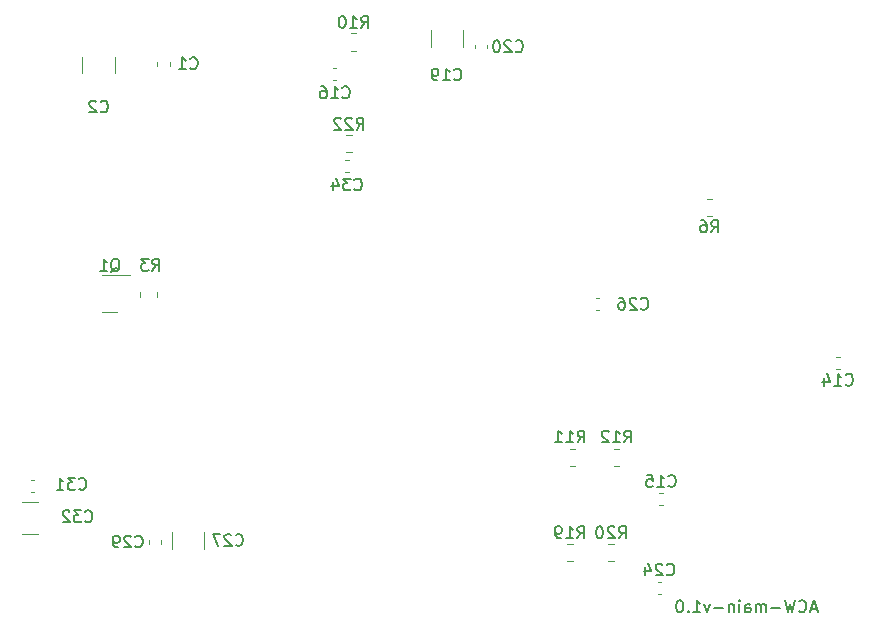
<source format=gbr>
%TF.GenerationSoftware,KiCad,Pcbnew,7.0.8-7.0.8~ubuntu22.04.1*%
%TF.CreationDate,2023-11-01T15:39:22+03:00*%
%TF.ProjectId,main-module,6d61696e-2d6d-46f6-9475-6c652e6b6963,rev?*%
%TF.SameCoordinates,Original*%
%TF.FileFunction,Legend,Bot*%
%TF.FilePolarity,Positive*%
%FSLAX46Y46*%
G04 Gerber Fmt 4.6, Leading zero omitted, Abs format (unit mm)*
G04 Created by KiCad (PCBNEW 7.0.8-7.0.8~ubuntu22.04.1) date 2023-11-01 15:39:22*
%MOMM*%
%LPD*%
G01*
G04 APERTURE LIST*
%ADD10C,0.150000*%
%ADD11C,0.120000*%
G04 APERTURE END LIST*
D10*
X112810839Y-92784104D02*
X112334649Y-92784104D01*
X112906077Y-93069819D02*
X112572744Y-92069819D01*
X112572744Y-92069819D02*
X112239411Y-93069819D01*
X111334649Y-92974580D02*
X111382268Y-93022200D01*
X111382268Y-93022200D02*
X111525125Y-93069819D01*
X111525125Y-93069819D02*
X111620363Y-93069819D01*
X111620363Y-93069819D02*
X111763220Y-93022200D01*
X111763220Y-93022200D02*
X111858458Y-92926961D01*
X111858458Y-92926961D02*
X111906077Y-92831723D01*
X111906077Y-92831723D02*
X111953696Y-92641247D01*
X111953696Y-92641247D02*
X111953696Y-92498390D01*
X111953696Y-92498390D02*
X111906077Y-92307914D01*
X111906077Y-92307914D02*
X111858458Y-92212676D01*
X111858458Y-92212676D02*
X111763220Y-92117438D01*
X111763220Y-92117438D02*
X111620363Y-92069819D01*
X111620363Y-92069819D02*
X111525125Y-92069819D01*
X111525125Y-92069819D02*
X111382268Y-92117438D01*
X111382268Y-92117438D02*
X111334649Y-92165057D01*
X111001315Y-92069819D02*
X110763220Y-93069819D01*
X110763220Y-93069819D02*
X110572744Y-92355533D01*
X110572744Y-92355533D02*
X110382268Y-93069819D01*
X110382268Y-93069819D02*
X110144173Y-92069819D01*
X109763220Y-92688866D02*
X109001316Y-92688866D01*
X108525125Y-93069819D02*
X108525125Y-92403152D01*
X108525125Y-92498390D02*
X108477506Y-92450771D01*
X108477506Y-92450771D02*
X108382268Y-92403152D01*
X108382268Y-92403152D02*
X108239411Y-92403152D01*
X108239411Y-92403152D02*
X108144173Y-92450771D01*
X108144173Y-92450771D02*
X108096554Y-92546009D01*
X108096554Y-92546009D02*
X108096554Y-93069819D01*
X108096554Y-92546009D02*
X108048935Y-92450771D01*
X108048935Y-92450771D02*
X107953697Y-92403152D01*
X107953697Y-92403152D02*
X107810840Y-92403152D01*
X107810840Y-92403152D02*
X107715601Y-92450771D01*
X107715601Y-92450771D02*
X107667982Y-92546009D01*
X107667982Y-92546009D02*
X107667982Y-93069819D01*
X106763221Y-93069819D02*
X106763221Y-92546009D01*
X106763221Y-92546009D02*
X106810840Y-92450771D01*
X106810840Y-92450771D02*
X106906078Y-92403152D01*
X106906078Y-92403152D02*
X107096554Y-92403152D01*
X107096554Y-92403152D02*
X107191792Y-92450771D01*
X106763221Y-93022200D02*
X106858459Y-93069819D01*
X106858459Y-93069819D02*
X107096554Y-93069819D01*
X107096554Y-93069819D02*
X107191792Y-93022200D01*
X107191792Y-93022200D02*
X107239411Y-92926961D01*
X107239411Y-92926961D02*
X107239411Y-92831723D01*
X107239411Y-92831723D02*
X107191792Y-92736485D01*
X107191792Y-92736485D02*
X107096554Y-92688866D01*
X107096554Y-92688866D02*
X106858459Y-92688866D01*
X106858459Y-92688866D02*
X106763221Y-92641247D01*
X106287030Y-93069819D02*
X106287030Y-92403152D01*
X106287030Y-92069819D02*
X106334649Y-92117438D01*
X106334649Y-92117438D02*
X106287030Y-92165057D01*
X106287030Y-92165057D02*
X106239411Y-92117438D01*
X106239411Y-92117438D02*
X106287030Y-92069819D01*
X106287030Y-92069819D02*
X106287030Y-92165057D01*
X105810840Y-92403152D02*
X105810840Y-93069819D01*
X105810840Y-92498390D02*
X105763221Y-92450771D01*
X105763221Y-92450771D02*
X105667983Y-92403152D01*
X105667983Y-92403152D02*
X105525126Y-92403152D01*
X105525126Y-92403152D02*
X105429888Y-92450771D01*
X105429888Y-92450771D02*
X105382269Y-92546009D01*
X105382269Y-92546009D02*
X105382269Y-93069819D01*
X104906078Y-92688866D02*
X104144174Y-92688866D01*
X103763221Y-92403152D02*
X103525126Y-93069819D01*
X103525126Y-93069819D02*
X103287031Y-92403152D01*
X102382269Y-93069819D02*
X102953697Y-93069819D01*
X102667983Y-93069819D02*
X102667983Y-92069819D01*
X102667983Y-92069819D02*
X102763221Y-92212676D01*
X102763221Y-92212676D02*
X102858459Y-92307914D01*
X102858459Y-92307914D02*
X102953697Y-92355533D01*
X101953697Y-92974580D02*
X101906078Y-93022200D01*
X101906078Y-93022200D02*
X101953697Y-93069819D01*
X101953697Y-93069819D02*
X102001316Y-93022200D01*
X102001316Y-93022200D02*
X101953697Y-92974580D01*
X101953697Y-92974580D02*
X101953697Y-93069819D01*
X101287031Y-92069819D02*
X101191793Y-92069819D01*
X101191793Y-92069819D02*
X101096555Y-92117438D01*
X101096555Y-92117438D02*
X101048936Y-92165057D01*
X101048936Y-92165057D02*
X101001317Y-92260295D01*
X101001317Y-92260295D02*
X100953698Y-92450771D01*
X100953698Y-92450771D02*
X100953698Y-92688866D01*
X100953698Y-92688866D02*
X101001317Y-92879342D01*
X101001317Y-92879342D02*
X101048936Y-92974580D01*
X101048936Y-92974580D02*
X101096555Y-93022200D01*
X101096555Y-93022200D02*
X101191793Y-93069819D01*
X101191793Y-93069819D02*
X101287031Y-93069819D01*
X101287031Y-93069819D02*
X101382269Y-93022200D01*
X101382269Y-93022200D02*
X101429888Y-92974580D01*
X101429888Y-92974580D02*
X101477507Y-92879342D01*
X101477507Y-92879342D02*
X101525126Y-92688866D01*
X101525126Y-92688866D02*
X101525126Y-92450771D01*
X101525126Y-92450771D02*
X101477507Y-92260295D01*
X101477507Y-92260295D02*
X101429888Y-92165057D01*
X101429888Y-92165057D02*
X101382269Y-92117438D01*
X101382269Y-92117438D02*
X101287031Y-92069819D01*
X96077857Y-86804819D02*
X96411190Y-86328628D01*
X96649285Y-86804819D02*
X96649285Y-85804819D01*
X96649285Y-85804819D02*
X96268333Y-85804819D01*
X96268333Y-85804819D02*
X96173095Y-85852438D01*
X96173095Y-85852438D02*
X96125476Y-85900057D01*
X96125476Y-85900057D02*
X96077857Y-85995295D01*
X96077857Y-85995295D02*
X96077857Y-86138152D01*
X96077857Y-86138152D02*
X96125476Y-86233390D01*
X96125476Y-86233390D02*
X96173095Y-86281009D01*
X96173095Y-86281009D02*
X96268333Y-86328628D01*
X96268333Y-86328628D02*
X96649285Y-86328628D01*
X95696904Y-85900057D02*
X95649285Y-85852438D01*
X95649285Y-85852438D02*
X95554047Y-85804819D01*
X95554047Y-85804819D02*
X95315952Y-85804819D01*
X95315952Y-85804819D02*
X95220714Y-85852438D01*
X95220714Y-85852438D02*
X95173095Y-85900057D01*
X95173095Y-85900057D02*
X95125476Y-85995295D01*
X95125476Y-85995295D02*
X95125476Y-86090533D01*
X95125476Y-86090533D02*
X95173095Y-86233390D01*
X95173095Y-86233390D02*
X95744523Y-86804819D01*
X95744523Y-86804819D02*
X95125476Y-86804819D01*
X94506428Y-85804819D02*
X94411190Y-85804819D01*
X94411190Y-85804819D02*
X94315952Y-85852438D01*
X94315952Y-85852438D02*
X94268333Y-85900057D01*
X94268333Y-85900057D02*
X94220714Y-85995295D01*
X94220714Y-85995295D02*
X94173095Y-86185771D01*
X94173095Y-86185771D02*
X94173095Y-86423866D01*
X94173095Y-86423866D02*
X94220714Y-86614342D01*
X94220714Y-86614342D02*
X94268333Y-86709580D01*
X94268333Y-86709580D02*
X94315952Y-86757200D01*
X94315952Y-86757200D02*
X94411190Y-86804819D01*
X94411190Y-86804819D02*
X94506428Y-86804819D01*
X94506428Y-86804819D02*
X94601666Y-86757200D01*
X94601666Y-86757200D02*
X94649285Y-86709580D01*
X94649285Y-86709580D02*
X94696904Y-86614342D01*
X94696904Y-86614342D02*
X94744523Y-86423866D01*
X94744523Y-86423866D02*
X94744523Y-86185771D01*
X94744523Y-86185771D02*
X94696904Y-85995295D01*
X94696904Y-85995295D02*
X94649285Y-85900057D01*
X94649285Y-85900057D02*
X94601666Y-85852438D01*
X94601666Y-85852438D02*
X94506428Y-85804819D01*
X97942857Y-67359580D02*
X97990476Y-67407200D01*
X97990476Y-67407200D02*
X98133333Y-67454819D01*
X98133333Y-67454819D02*
X98228571Y-67454819D01*
X98228571Y-67454819D02*
X98371428Y-67407200D01*
X98371428Y-67407200D02*
X98466666Y-67311961D01*
X98466666Y-67311961D02*
X98514285Y-67216723D01*
X98514285Y-67216723D02*
X98561904Y-67026247D01*
X98561904Y-67026247D02*
X98561904Y-66883390D01*
X98561904Y-66883390D02*
X98514285Y-66692914D01*
X98514285Y-66692914D02*
X98466666Y-66597676D01*
X98466666Y-66597676D02*
X98371428Y-66502438D01*
X98371428Y-66502438D02*
X98228571Y-66454819D01*
X98228571Y-66454819D02*
X98133333Y-66454819D01*
X98133333Y-66454819D02*
X97990476Y-66502438D01*
X97990476Y-66502438D02*
X97942857Y-66550057D01*
X97561904Y-66550057D02*
X97514285Y-66502438D01*
X97514285Y-66502438D02*
X97419047Y-66454819D01*
X97419047Y-66454819D02*
X97180952Y-66454819D01*
X97180952Y-66454819D02*
X97085714Y-66502438D01*
X97085714Y-66502438D02*
X97038095Y-66550057D01*
X97038095Y-66550057D02*
X96990476Y-66645295D01*
X96990476Y-66645295D02*
X96990476Y-66740533D01*
X96990476Y-66740533D02*
X97038095Y-66883390D01*
X97038095Y-66883390D02*
X97609523Y-67454819D01*
X97609523Y-67454819D02*
X96990476Y-67454819D01*
X96133333Y-66454819D02*
X96323809Y-66454819D01*
X96323809Y-66454819D02*
X96419047Y-66502438D01*
X96419047Y-66502438D02*
X96466666Y-66550057D01*
X96466666Y-66550057D02*
X96561904Y-66692914D01*
X96561904Y-66692914D02*
X96609523Y-66883390D01*
X96609523Y-66883390D02*
X96609523Y-67264342D01*
X96609523Y-67264342D02*
X96561904Y-67359580D01*
X96561904Y-67359580D02*
X96514285Y-67407200D01*
X96514285Y-67407200D02*
X96419047Y-67454819D01*
X96419047Y-67454819D02*
X96228571Y-67454819D01*
X96228571Y-67454819D02*
X96133333Y-67407200D01*
X96133333Y-67407200D02*
X96085714Y-67359580D01*
X96085714Y-67359580D02*
X96038095Y-67264342D01*
X96038095Y-67264342D02*
X96038095Y-67026247D01*
X96038095Y-67026247D02*
X96085714Y-66931009D01*
X96085714Y-66931009D02*
X96133333Y-66883390D01*
X96133333Y-66883390D02*
X96228571Y-66835771D01*
X96228571Y-66835771D02*
X96419047Y-66835771D01*
X96419047Y-66835771D02*
X96514285Y-66883390D01*
X96514285Y-66883390D02*
X96561904Y-66931009D01*
X96561904Y-66931009D02*
X96609523Y-67026247D01*
X56601666Y-64154819D02*
X56934999Y-63678628D01*
X57173094Y-64154819D02*
X57173094Y-63154819D01*
X57173094Y-63154819D02*
X56792142Y-63154819D01*
X56792142Y-63154819D02*
X56696904Y-63202438D01*
X56696904Y-63202438D02*
X56649285Y-63250057D01*
X56649285Y-63250057D02*
X56601666Y-63345295D01*
X56601666Y-63345295D02*
X56601666Y-63488152D01*
X56601666Y-63488152D02*
X56649285Y-63583390D01*
X56649285Y-63583390D02*
X56696904Y-63631009D01*
X56696904Y-63631009D02*
X56792142Y-63678628D01*
X56792142Y-63678628D02*
X57173094Y-63678628D01*
X56268332Y-63154819D02*
X55649285Y-63154819D01*
X55649285Y-63154819D02*
X55982618Y-63535771D01*
X55982618Y-63535771D02*
X55839761Y-63535771D01*
X55839761Y-63535771D02*
X55744523Y-63583390D01*
X55744523Y-63583390D02*
X55696904Y-63631009D01*
X55696904Y-63631009D02*
X55649285Y-63726247D01*
X55649285Y-63726247D02*
X55649285Y-63964342D01*
X55649285Y-63964342D02*
X55696904Y-64059580D01*
X55696904Y-64059580D02*
X55744523Y-64107200D01*
X55744523Y-64107200D02*
X55839761Y-64154819D01*
X55839761Y-64154819D02*
X56125475Y-64154819D01*
X56125475Y-64154819D02*
X56220713Y-64107200D01*
X56220713Y-64107200D02*
X56268332Y-64059580D01*
X73877857Y-52204819D02*
X74211190Y-51728628D01*
X74449285Y-52204819D02*
X74449285Y-51204819D01*
X74449285Y-51204819D02*
X74068333Y-51204819D01*
X74068333Y-51204819D02*
X73973095Y-51252438D01*
X73973095Y-51252438D02*
X73925476Y-51300057D01*
X73925476Y-51300057D02*
X73877857Y-51395295D01*
X73877857Y-51395295D02*
X73877857Y-51538152D01*
X73877857Y-51538152D02*
X73925476Y-51633390D01*
X73925476Y-51633390D02*
X73973095Y-51681009D01*
X73973095Y-51681009D02*
X74068333Y-51728628D01*
X74068333Y-51728628D02*
X74449285Y-51728628D01*
X73496904Y-51300057D02*
X73449285Y-51252438D01*
X73449285Y-51252438D02*
X73354047Y-51204819D01*
X73354047Y-51204819D02*
X73115952Y-51204819D01*
X73115952Y-51204819D02*
X73020714Y-51252438D01*
X73020714Y-51252438D02*
X72973095Y-51300057D01*
X72973095Y-51300057D02*
X72925476Y-51395295D01*
X72925476Y-51395295D02*
X72925476Y-51490533D01*
X72925476Y-51490533D02*
X72973095Y-51633390D01*
X72973095Y-51633390D02*
X73544523Y-52204819D01*
X73544523Y-52204819D02*
X72925476Y-52204819D01*
X72544523Y-51300057D02*
X72496904Y-51252438D01*
X72496904Y-51252438D02*
X72401666Y-51204819D01*
X72401666Y-51204819D02*
X72163571Y-51204819D01*
X72163571Y-51204819D02*
X72068333Y-51252438D01*
X72068333Y-51252438D02*
X72020714Y-51300057D01*
X72020714Y-51300057D02*
X71973095Y-51395295D01*
X71973095Y-51395295D02*
X71973095Y-51490533D01*
X71973095Y-51490533D02*
X72020714Y-51633390D01*
X72020714Y-51633390D02*
X72592142Y-52204819D01*
X72592142Y-52204819D02*
X71973095Y-52204819D01*
X92587857Y-78704819D02*
X92921190Y-78228628D01*
X93159285Y-78704819D02*
X93159285Y-77704819D01*
X93159285Y-77704819D02*
X92778333Y-77704819D01*
X92778333Y-77704819D02*
X92683095Y-77752438D01*
X92683095Y-77752438D02*
X92635476Y-77800057D01*
X92635476Y-77800057D02*
X92587857Y-77895295D01*
X92587857Y-77895295D02*
X92587857Y-78038152D01*
X92587857Y-78038152D02*
X92635476Y-78133390D01*
X92635476Y-78133390D02*
X92683095Y-78181009D01*
X92683095Y-78181009D02*
X92778333Y-78228628D01*
X92778333Y-78228628D02*
X93159285Y-78228628D01*
X91635476Y-78704819D02*
X92206904Y-78704819D01*
X91921190Y-78704819D02*
X91921190Y-77704819D01*
X91921190Y-77704819D02*
X92016428Y-77847676D01*
X92016428Y-77847676D02*
X92111666Y-77942914D01*
X92111666Y-77942914D02*
X92206904Y-77990533D01*
X90683095Y-78704819D02*
X91254523Y-78704819D01*
X90968809Y-78704819D02*
X90968809Y-77704819D01*
X90968809Y-77704819D02*
X91064047Y-77847676D01*
X91064047Y-77847676D02*
X91159285Y-77942914D01*
X91159285Y-77942914D02*
X91254523Y-77990533D01*
X73702857Y-57259580D02*
X73750476Y-57307200D01*
X73750476Y-57307200D02*
X73893333Y-57354819D01*
X73893333Y-57354819D02*
X73988571Y-57354819D01*
X73988571Y-57354819D02*
X74131428Y-57307200D01*
X74131428Y-57307200D02*
X74226666Y-57211961D01*
X74226666Y-57211961D02*
X74274285Y-57116723D01*
X74274285Y-57116723D02*
X74321904Y-56926247D01*
X74321904Y-56926247D02*
X74321904Y-56783390D01*
X74321904Y-56783390D02*
X74274285Y-56592914D01*
X74274285Y-56592914D02*
X74226666Y-56497676D01*
X74226666Y-56497676D02*
X74131428Y-56402438D01*
X74131428Y-56402438D02*
X73988571Y-56354819D01*
X73988571Y-56354819D02*
X73893333Y-56354819D01*
X73893333Y-56354819D02*
X73750476Y-56402438D01*
X73750476Y-56402438D02*
X73702857Y-56450057D01*
X73369523Y-56354819D02*
X72750476Y-56354819D01*
X72750476Y-56354819D02*
X73083809Y-56735771D01*
X73083809Y-56735771D02*
X72940952Y-56735771D01*
X72940952Y-56735771D02*
X72845714Y-56783390D01*
X72845714Y-56783390D02*
X72798095Y-56831009D01*
X72798095Y-56831009D02*
X72750476Y-56926247D01*
X72750476Y-56926247D02*
X72750476Y-57164342D01*
X72750476Y-57164342D02*
X72798095Y-57259580D01*
X72798095Y-57259580D02*
X72845714Y-57307200D01*
X72845714Y-57307200D02*
X72940952Y-57354819D01*
X72940952Y-57354819D02*
X73226666Y-57354819D01*
X73226666Y-57354819D02*
X73321904Y-57307200D01*
X73321904Y-57307200D02*
X73369523Y-57259580D01*
X71893333Y-56688152D02*
X71893333Y-57354819D01*
X72131428Y-56307200D02*
X72369523Y-57021485D01*
X72369523Y-57021485D02*
X71750476Y-57021485D01*
X87342857Y-45559580D02*
X87390476Y-45607200D01*
X87390476Y-45607200D02*
X87533333Y-45654819D01*
X87533333Y-45654819D02*
X87628571Y-45654819D01*
X87628571Y-45654819D02*
X87771428Y-45607200D01*
X87771428Y-45607200D02*
X87866666Y-45511961D01*
X87866666Y-45511961D02*
X87914285Y-45416723D01*
X87914285Y-45416723D02*
X87961904Y-45226247D01*
X87961904Y-45226247D02*
X87961904Y-45083390D01*
X87961904Y-45083390D02*
X87914285Y-44892914D01*
X87914285Y-44892914D02*
X87866666Y-44797676D01*
X87866666Y-44797676D02*
X87771428Y-44702438D01*
X87771428Y-44702438D02*
X87628571Y-44654819D01*
X87628571Y-44654819D02*
X87533333Y-44654819D01*
X87533333Y-44654819D02*
X87390476Y-44702438D01*
X87390476Y-44702438D02*
X87342857Y-44750057D01*
X86961904Y-44750057D02*
X86914285Y-44702438D01*
X86914285Y-44702438D02*
X86819047Y-44654819D01*
X86819047Y-44654819D02*
X86580952Y-44654819D01*
X86580952Y-44654819D02*
X86485714Y-44702438D01*
X86485714Y-44702438D02*
X86438095Y-44750057D01*
X86438095Y-44750057D02*
X86390476Y-44845295D01*
X86390476Y-44845295D02*
X86390476Y-44940533D01*
X86390476Y-44940533D02*
X86438095Y-45083390D01*
X86438095Y-45083390D02*
X87009523Y-45654819D01*
X87009523Y-45654819D02*
X86390476Y-45654819D01*
X85771428Y-44654819D02*
X85676190Y-44654819D01*
X85676190Y-44654819D02*
X85580952Y-44702438D01*
X85580952Y-44702438D02*
X85533333Y-44750057D01*
X85533333Y-44750057D02*
X85485714Y-44845295D01*
X85485714Y-44845295D02*
X85438095Y-45035771D01*
X85438095Y-45035771D02*
X85438095Y-45273866D01*
X85438095Y-45273866D02*
X85485714Y-45464342D01*
X85485714Y-45464342D02*
X85533333Y-45559580D01*
X85533333Y-45559580D02*
X85580952Y-45607200D01*
X85580952Y-45607200D02*
X85676190Y-45654819D01*
X85676190Y-45654819D02*
X85771428Y-45654819D01*
X85771428Y-45654819D02*
X85866666Y-45607200D01*
X85866666Y-45607200D02*
X85914285Y-45559580D01*
X85914285Y-45559580D02*
X85961904Y-45464342D01*
X85961904Y-45464342D02*
X86009523Y-45273866D01*
X86009523Y-45273866D02*
X86009523Y-45035771D01*
X86009523Y-45035771D02*
X85961904Y-44845295D01*
X85961904Y-44845295D02*
X85914285Y-44750057D01*
X85914285Y-44750057D02*
X85866666Y-44702438D01*
X85866666Y-44702438D02*
X85771428Y-44654819D01*
X82142857Y-47959580D02*
X82190476Y-48007200D01*
X82190476Y-48007200D02*
X82333333Y-48054819D01*
X82333333Y-48054819D02*
X82428571Y-48054819D01*
X82428571Y-48054819D02*
X82571428Y-48007200D01*
X82571428Y-48007200D02*
X82666666Y-47911961D01*
X82666666Y-47911961D02*
X82714285Y-47816723D01*
X82714285Y-47816723D02*
X82761904Y-47626247D01*
X82761904Y-47626247D02*
X82761904Y-47483390D01*
X82761904Y-47483390D02*
X82714285Y-47292914D01*
X82714285Y-47292914D02*
X82666666Y-47197676D01*
X82666666Y-47197676D02*
X82571428Y-47102438D01*
X82571428Y-47102438D02*
X82428571Y-47054819D01*
X82428571Y-47054819D02*
X82333333Y-47054819D01*
X82333333Y-47054819D02*
X82190476Y-47102438D01*
X82190476Y-47102438D02*
X82142857Y-47150057D01*
X81190476Y-48054819D02*
X81761904Y-48054819D01*
X81476190Y-48054819D02*
X81476190Y-47054819D01*
X81476190Y-47054819D02*
X81571428Y-47197676D01*
X81571428Y-47197676D02*
X81666666Y-47292914D01*
X81666666Y-47292914D02*
X81761904Y-47340533D01*
X80714285Y-48054819D02*
X80523809Y-48054819D01*
X80523809Y-48054819D02*
X80428571Y-48007200D01*
X80428571Y-48007200D02*
X80380952Y-47959580D01*
X80380952Y-47959580D02*
X80285714Y-47816723D01*
X80285714Y-47816723D02*
X80238095Y-47626247D01*
X80238095Y-47626247D02*
X80238095Y-47245295D01*
X80238095Y-47245295D02*
X80285714Y-47150057D01*
X80285714Y-47150057D02*
X80333333Y-47102438D01*
X80333333Y-47102438D02*
X80428571Y-47054819D01*
X80428571Y-47054819D02*
X80619047Y-47054819D01*
X80619047Y-47054819D02*
X80714285Y-47102438D01*
X80714285Y-47102438D02*
X80761904Y-47150057D01*
X80761904Y-47150057D02*
X80809523Y-47245295D01*
X80809523Y-47245295D02*
X80809523Y-47483390D01*
X80809523Y-47483390D02*
X80761904Y-47578628D01*
X80761904Y-47578628D02*
X80714285Y-47626247D01*
X80714285Y-47626247D02*
X80619047Y-47673866D01*
X80619047Y-47673866D02*
X80428571Y-47673866D01*
X80428571Y-47673866D02*
X80333333Y-47626247D01*
X80333333Y-47626247D02*
X80285714Y-47578628D01*
X80285714Y-47578628D02*
X80238095Y-47483390D01*
X92577857Y-86804819D02*
X92911190Y-86328628D01*
X93149285Y-86804819D02*
X93149285Y-85804819D01*
X93149285Y-85804819D02*
X92768333Y-85804819D01*
X92768333Y-85804819D02*
X92673095Y-85852438D01*
X92673095Y-85852438D02*
X92625476Y-85900057D01*
X92625476Y-85900057D02*
X92577857Y-85995295D01*
X92577857Y-85995295D02*
X92577857Y-86138152D01*
X92577857Y-86138152D02*
X92625476Y-86233390D01*
X92625476Y-86233390D02*
X92673095Y-86281009D01*
X92673095Y-86281009D02*
X92768333Y-86328628D01*
X92768333Y-86328628D02*
X93149285Y-86328628D01*
X91625476Y-86804819D02*
X92196904Y-86804819D01*
X91911190Y-86804819D02*
X91911190Y-85804819D01*
X91911190Y-85804819D02*
X92006428Y-85947676D01*
X92006428Y-85947676D02*
X92101666Y-86042914D01*
X92101666Y-86042914D02*
X92196904Y-86090533D01*
X91149285Y-86804819D02*
X90958809Y-86804819D01*
X90958809Y-86804819D02*
X90863571Y-86757200D01*
X90863571Y-86757200D02*
X90815952Y-86709580D01*
X90815952Y-86709580D02*
X90720714Y-86566723D01*
X90720714Y-86566723D02*
X90673095Y-86376247D01*
X90673095Y-86376247D02*
X90673095Y-85995295D01*
X90673095Y-85995295D02*
X90720714Y-85900057D01*
X90720714Y-85900057D02*
X90768333Y-85852438D01*
X90768333Y-85852438D02*
X90863571Y-85804819D01*
X90863571Y-85804819D02*
X91054047Y-85804819D01*
X91054047Y-85804819D02*
X91149285Y-85852438D01*
X91149285Y-85852438D02*
X91196904Y-85900057D01*
X91196904Y-85900057D02*
X91244523Y-85995295D01*
X91244523Y-85995295D02*
X91244523Y-86233390D01*
X91244523Y-86233390D02*
X91196904Y-86328628D01*
X91196904Y-86328628D02*
X91149285Y-86376247D01*
X91149285Y-86376247D02*
X91054047Y-86423866D01*
X91054047Y-86423866D02*
X90863571Y-86423866D01*
X90863571Y-86423866D02*
X90768333Y-86376247D01*
X90768333Y-86376247D02*
X90720714Y-86328628D01*
X90720714Y-86328628D02*
X90673095Y-86233390D01*
X63642857Y-87359580D02*
X63690476Y-87407200D01*
X63690476Y-87407200D02*
X63833333Y-87454819D01*
X63833333Y-87454819D02*
X63928571Y-87454819D01*
X63928571Y-87454819D02*
X64071428Y-87407200D01*
X64071428Y-87407200D02*
X64166666Y-87311961D01*
X64166666Y-87311961D02*
X64214285Y-87216723D01*
X64214285Y-87216723D02*
X64261904Y-87026247D01*
X64261904Y-87026247D02*
X64261904Y-86883390D01*
X64261904Y-86883390D02*
X64214285Y-86692914D01*
X64214285Y-86692914D02*
X64166666Y-86597676D01*
X64166666Y-86597676D02*
X64071428Y-86502438D01*
X64071428Y-86502438D02*
X63928571Y-86454819D01*
X63928571Y-86454819D02*
X63833333Y-86454819D01*
X63833333Y-86454819D02*
X63690476Y-86502438D01*
X63690476Y-86502438D02*
X63642857Y-86550057D01*
X63261904Y-86550057D02*
X63214285Y-86502438D01*
X63214285Y-86502438D02*
X63119047Y-86454819D01*
X63119047Y-86454819D02*
X62880952Y-86454819D01*
X62880952Y-86454819D02*
X62785714Y-86502438D01*
X62785714Y-86502438D02*
X62738095Y-86550057D01*
X62738095Y-86550057D02*
X62690476Y-86645295D01*
X62690476Y-86645295D02*
X62690476Y-86740533D01*
X62690476Y-86740533D02*
X62738095Y-86883390D01*
X62738095Y-86883390D02*
X63309523Y-87454819D01*
X63309523Y-87454819D02*
X62690476Y-87454819D01*
X62357142Y-86454819D02*
X61690476Y-86454819D01*
X61690476Y-86454819D02*
X62119047Y-87454819D01*
X50392857Y-82609580D02*
X50440476Y-82657200D01*
X50440476Y-82657200D02*
X50583333Y-82704819D01*
X50583333Y-82704819D02*
X50678571Y-82704819D01*
X50678571Y-82704819D02*
X50821428Y-82657200D01*
X50821428Y-82657200D02*
X50916666Y-82561961D01*
X50916666Y-82561961D02*
X50964285Y-82466723D01*
X50964285Y-82466723D02*
X51011904Y-82276247D01*
X51011904Y-82276247D02*
X51011904Y-82133390D01*
X51011904Y-82133390D02*
X50964285Y-81942914D01*
X50964285Y-81942914D02*
X50916666Y-81847676D01*
X50916666Y-81847676D02*
X50821428Y-81752438D01*
X50821428Y-81752438D02*
X50678571Y-81704819D01*
X50678571Y-81704819D02*
X50583333Y-81704819D01*
X50583333Y-81704819D02*
X50440476Y-81752438D01*
X50440476Y-81752438D02*
X50392857Y-81800057D01*
X50059523Y-81704819D02*
X49440476Y-81704819D01*
X49440476Y-81704819D02*
X49773809Y-82085771D01*
X49773809Y-82085771D02*
X49630952Y-82085771D01*
X49630952Y-82085771D02*
X49535714Y-82133390D01*
X49535714Y-82133390D02*
X49488095Y-82181009D01*
X49488095Y-82181009D02*
X49440476Y-82276247D01*
X49440476Y-82276247D02*
X49440476Y-82514342D01*
X49440476Y-82514342D02*
X49488095Y-82609580D01*
X49488095Y-82609580D02*
X49535714Y-82657200D01*
X49535714Y-82657200D02*
X49630952Y-82704819D01*
X49630952Y-82704819D02*
X49916666Y-82704819D01*
X49916666Y-82704819D02*
X50011904Y-82657200D01*
X50011904Y-82657200D02*
X50059523Y-82609580D01*
X48488095Y-82704819D02*
X49059523Y-82704819D01*
X48773809Y-82704819D02*
X48773809Y-81704819D01*
X48773809Y-81704819D02*
X48869047Y-81847676D01*
X48869047Y-81847676D02*
X48964285Y-81942914D01*
X48964285Y-81942914D02*
X49059523Y-81990533D01*
X115277857Y-73789580D02*
X115325476Y-73837200D01*
X115325476Y-73837200D02*
X115468333Y-73884819D01*
X115468333Y-73884819D02*
X115563571Y-73884819D01*
X115563571Y-73884819D02*
X115706428Y-73837200D01*
X115706428Y-73837200D02*
X115801666Y-73741961D01*
X115801666Y-73741961D02*
X115849285Y-73646723D01*
X115849285Y-73646723D02*
X115896904Y-73456247D01*
X115896904Y-73456247D02*
X115896904Y-73313390D01*
X115896904Y-73313390D02*
X115849285Y-73122914D01*
X115849285Y-73122914D02*
X115801666Y-73027676D01*
X115801666Y-73027676D02*
X115706428Y-72932438D01*
X115706428Y-72932438D02*
X115563571Y-72884819D01*
X115563571Y-72884819D02*
X115468333Y-72884819D01*
X115468333Y-72884819D02*
X115325476Y-72932438D01*
X115325476Y-72932438D02*
X115277857Y-72980057D01*
X114325476Y-73884819D02*
X114896904Y-73884819D01*
X114611190Y-73884819D02*
X114611190Y-72884819D01*
X114611190Y-72884819D02*
X114706428Y-73027676D01*
X114706428Y-73027676D02*
X114801666Y-73122914D01*
X114801666Y-73122914D02*
X114896904Y-73170533D01*
X113468333Y-73218152D02*
X113468333Y-73884819D01*
X113706428Y-72837200D02*
X113944523Y-73551485D01*
X113944523Y-73551485D02*
X113325476Y-73551485D01*
X53080798Y-64250057D02*
X53176036Y-64202438D01*
X53176036Y-64202438D02*
X53271274Y-64107200D01*
X53271274Y-64107200D02*
X53414131Y-63964342D01*
X53414131Y-63964342D02*
X53509369Y-63916723D01*
X53509369Y-63916723D02*
X53604607Y-63916723D01*
X53556988Y-64154819D02*
X53652226Y-64107200D01*
X53652226Y-64107200D02*
X53747464Y-64011961D01*
X53747464Y-64011961D02*
X53795083Y-63821485D01*
X53795083Y-63821485D02*
X53795083Y-63488152D01*
X53795083Y-63488152D02*
X53747464Y-63297676D01*
X53747464Y-63297676D02*
X53652226Y-63202438D01*
X53652226Y-63202438D02*
X53556988Y-63154819D01*
X53556988Y-63154819D02*
X53366512Y-63154819D01*
X53366512Y-63154819D02*
X53271274Y-63202438D01*
X53271274Y-63202438D02*
X53176036Y-63297676D01*
X53176036Y-63297676D02*
X53128417Y-63488152D01*
X53128417Y-63488152D02*
X53128417Y-63821485D01*
X53128417Y-63821485D02*
X53176036Y-64011961D01*
X53176036Y-64011961D02*
X53271274Y-64107200D01*
X53271274Y-64107200D02*
X53366512Y-64154819D01*
X53366512Y-64154819D02*
X53556988Y-64154819D01*
X52176036Y-64154819D02*
X52747464Y-64154819D01*
X52461750Y-64154819D02*
X52461750Y-63154819D01*
X52461750Y-63154819D02*
X52556988Y-63297676D01*
X52556988Y-63297676D02*
X52652226Y-63392914D01*
X52652226Y-63392914D02*
X52747464Y-63440533D01*
X96550357Y-78704819D02*
X96883690Y-78228628D01*
X97121785Y-78704819D02*
X97121785Y-77704819D01*
X97121785Y-77704819D02*
X96740833Y-77704819D01*
X96740833Y-77704819D02*
X96645595Y-77752438D01*
X96645595Y-77752438D02*
X96597976Y-77800057D01*
X96597976Y-77800057D02*
X96550357Y-77895295D01*
X96550357Y-77895295D02*
X96550357Y-78038152D01*
X96550357Y-78038152D02*
X96597976Y-78133390D01*
X96597976Y-78133390D02*
X96645595Y-78181009D01*
X96645595Y-78181009D02*
X96740833Y-78228628D01*
X96740833Y-78228628D02*
X97121785Y-78228628D01*
X95597976Y-78704819D02*
X96169404Y-78704819D01*
X95883690Y-78704819D02*
X95883690Y-77704819D01*
X95883690Y-77704819D02*
X95978928Y-77847676D01*
X95978928Y-77847676D02*
X96074166Y-77942914D01*
X96074166Y-77942914D02*
X96169404Y-77990533D01*
X95217023Y-77800057D02*
X95169404Y-77752438D01*
X95169404Y-77752438D02*
X95074166Y-77704819D01*
X95074166Y-77704819D02*
X94836071Y-77704819D01*
X94836071Y-77704819D02*
X94740833Y-77752438D01*
X94740833Y-77752438D02*
X94693214Y-77800057D01*
X94693214Y-77800057D02*
X94645595Y-77895295D01*
X94645595Y-77895295D02*
X94645595Y-77990533D01*
X94645595Y-77990533D02*
X94693214Y-78133390D01*
X94693214Y-78133390D02*
X95264642Y-78704819D01*
X95264642Y-78704819D02*
X94645595Y-78704819D01*
X100287857Y-82359580D02*
X100335476Y-82407200D01*
X100335476Y-82407200D02*
X100478333Y-82454819D01*
X100478333Y-82454819D02*
X100573571Y-82454819D01*
X100573571Y-82454819D02*
X100716428Y-82407200D01*
X100716428Y-82407200D02*
X100811666Y-82311961D01*
X100811666Y-82311961D02*
X100859285Y-82216723D01*
X100859285Y-82216723D02*
X100906904Y-82026247D01*
X100906904Y-82026247D02*
X100906904Y-81883390D01*
X100906904Y-81883390D02*
X100859285Y-81692914D01*
X100859285Y-81692914D02*
X100811666Y-81597676D01*
X100811666Y-81597676D02*
X100716428Y-81502438D01*
X100716428Y-81502438D02*
X100573571Y-81454819D01*
X100573571Y-81454819D02*
X100478333Y-81454819D01*
X100478333Y-81454819D02*
X100335476Y-81502438D01*
X100335476Y-81502438D02*
X100287857Y-81550057D01*
X99335476Y-82454819D02*
X99906904Y-82454819D01*
X99621190Y-82454819D02*
X99621190Y-81454819D01*
X99621190Y-81454819D02*
X99716428Y-81597676D01*
X99716428Y-81597676D02*
X99811666Y-81692914D01*
X99811666Y-81692914D02*
X99906904Y-81740533D01*
X98430714Y-81454819D02*
X98906904Y-81454819D01*
X98906904Y-81454819D02*
X98954523Y-81931009D01*
X98954523Y-81931009D02*
X98906904Y-81883390D01*
X98906904Y-81883390D02*
X98811666Y-81835771D01*
X98811666Y-81835771D02*
X98573571Y-81835771D01*
X98573571Y-81835771D02*
X98478333Y-81883390D01*
X98478333Y-81883390D02*
X98430714Y-81931009D01*
X98430714Y-81931009D02*
X98383095Y-82026247D01*
X98383095Y-82026247D02*
X98383095Y-82264342D01*
X98383095Y-82264342D02*
X98430714Y-82359580D01*
X98430714Y-82359580D02*
X98478333Y-82407200D01*
X98478333Y-82407200D02*
X98573571Y-82454819D01*
X98573571Y-82454819D02*
X98811666Y-82454819D01*
X98811666Y-82454819D02*
X98906904Y-82407200D01*
X98906904Y-82407200D02*
X98954523Y-82359580D01*
X59801666Y-47006929D02*
X59849285Y-47054549D01*
X59849285Y-47054549D02*
X59992142Y-47102168D01*
X59992142Y-47102168D02*
X60087380Y-47102168D01*
X60087380Y-47102168D02*
X60230237Y-47054549D01*
X60230237Y-47054549D02*
X60325475Y-46959310D01*
X60325475Y-46959310D02*
X60373094Y-46864072D01*
X60373094Y-46864072D02*
X60420713Y-46673596D01*
X60420713Y-46673596D02*
X60420713Y-46530739D01*
X60420713Y-46530739D02*
X60373094Y-46340263D01*
X60373094Y-46340263D02*
X60325475Y-46245025D01*
X60325475Y-46245025D02*
X60230237Y-46149787D01*
X60230237Y-46149787D02*
X60087380Y-46102168D01*
X60087380Y-46102168D02*
X59992142Y-46102168D01*
X59992142Y-46102168D02*
X59849285Y-46149787D01*
X59849285Y-46149787D02*
X59801666Y-46197406D01*
X58849285Y-47102168D02*
X59420713Y-47102168D01*
X59134999Y-47102168D02*
X59134999Y-46102168D01*
X59134999Y-46102168D02*
X59230237Y-46245025D01*
X59230237Y-46245025D02*
X59325475Y-46340263D01*
X59325475Y-46340263D02*
X59420713Y-46387882D01*
X52201666Y-50659580D02*
X52249285Y-50707200D01*
X52249285Y-50707200D02*
X52392142Y-50754819D01*
X52392142Y-50754819D02*
X52487380Y-50754819D01*
X52487380Y-50754819D02*
X52630237Y-50707200D01*
X52630237Y-50707200D02*
X52725475Y-50611961D01*
X52725475Y-50611961D02*
X52773094Y-50516723D01*
X52773094Y-50516723D02*
X52820713Y-50326247D01*
X52820713Y-50326247D02*
X52820713Y-50183390D01*
X52820713Y-50183390D02*
X52773094Y-49992914D01*
X52773094Y-49992914D02*
X52725475Y-49897676D01*
X52725475Y-49897676D02*
X52630237Y-49802438D01*
X52630237Y-49802438D02*
X52487380Y-49754819D01*
X52487380Y-49754819D02*
X52392142Y-49754819D01*
X52392142Y-49754819D02*
X52249285Y-49802438D01*
X52249285Y-49802438D02*
X52201666Y-49850057D01*
X51820713Y-49850057D02*
X51773094Y-49802438D01*
X51773094Y-49802438D02*
X51677856Y-49754819D01*
X51677856Y-49754819D02*
X51439761Y-49754819D01*
X51439761Y-49754819D02*
X51344523Y-49802438D01*
X51344523Y-49802438D02*
X51296904Y-49850057D01*
X51296904Y-49850057D02*
X51249285Y-49945295D01*
X51249285Y-49945295D02*
X51249285Y-50040533D01*
X51249285Y-50040533D02*
X51296904Y-50183390D01*
X51296904Y-50183390D02*
X51868332Y-50754819D01*
X51868332Y-50754819D02*
X51249285Y-50754819D01*
X103916666Y-60904819D02*
X104249999Y-60428628D01*
X104488094Y-60904819D02*
X104488094Y-59904819D01*
X104488094Y-59904819D02*
X104107142Y-59904819D01*
X104107142Y-59904819D02*
X104011904Y-59952438D01*
X104011904Y-59952438D02*
X103964285Y-60000057D01*
X103964285Y-60000057D02*
X103916666Y-60095295D01*
X103916666Y-60095295D02*
X103916666Y-60238152D01*
X103916666Y-60238152D02*
X103964285Y-60333390D01*
X103964285Y-60333390D02*
X104011904Y-60381009D01*
X104011904Y-60381009D02*
X104107142Y-60428628D01*
X104107142Y-60428628D02*
X104488094Y-60428628D01*
X103059523Y-59904819D02*
X103249999Y-59904819D01*
X103249999Y-59904819D02*
X103345237Y-59952438D01*
X103345237Y-59952438D02*
X103392856Y-60000057D01*
X103392856Y-60000057D02*
X103488094Y-60142914D01*
X103488094Y-60142914D02*
X103535713Y-60333390D01*
X103535713Y-60333390D02*
X103535713Y-60714342D01*
X103535713Y-60714342D02*
X103488094Y-60809580D01*
X103488094Y-60809580D02*
X103440475Y-60857200D01*
X103440475Y-60857200D02*
X103345237Y-60904819D01*
X103345237Y-60904819D02*
X103154761Y-60904819D01*
X103154761Y-60904819D02*
X103059523Y-60857200D01*
X103059523Y-60857200D02*
X103011904Y-60809580D01*
X103011904Y-60809580D02*
X102964285Y-60714342D01*
X102964285Y-60714342D02*
X102964285Y-60476247D01*
X102964285Y-60476247D02*
X103011904Y-60381009D01*
X103011904Y-60381009D02*
X103059523Y-60333390D01*
X103059523Y-60333390D02*
X103154761Y-60285771D01*
X103154761Y-60285771D02*
X103345237Y-60285771D01*
X103345237Y-60285771D02*
X103440475Y-60333390D01*
X103440475Y-60333390D02*
X103488094Y-60381009D01*
X103488094Y-60381009D02*
X103535713Y-60476247D01*
X100142857Y-89859580D02*
X100190476Y-89907200D01*
X100190476Y-89907200D02*
X100333333Y-89954819D01*
X100333333Y-89954819D02*
X100428571Y-89954819D01*
X100428571Y-89954819D02*
X100571428Y-89907200D01*
X100571428Y-89907200D02*
X100666666Y-89811961D01*
X100666666Y-89811961D02*
X100714285Y-89716723D01*
X100714285Y-89716723D02*
X100761904Y-89526247D01*
X100761904Y-89526247D02*
X100761904Y-89383390D01*
X100761904Y-89383390D02*
X100714285Y-89192914D01*
X100714285Y-89192914D02*
X100666666Y-89097676D01*
X100666666Y-89097676D02*
X100571428Y-89002438D01*
X100571428Y-89002438D02*
X100428571Y-88954819D01*
X100428571Y-88954819D02*
X100333333Y-88954819D01*
X100333333Y-88954819D02*
X100190476Y-89002438D01*
X100190476Y-89002438D02*
X100142857Y-89050057D01*
X99761904Y-89050057D02*
X99714285Y-89002438D01*
X99714285Y-89002438D02*
X99619047Y-88954819D01*
X99619047Y-88954819D02*
X99380952Y-88954819D01*
X99380952Y-88954819D02*
X99285714Y-89002438D01*
X99285714Y-89002438D02*
X99238095Y-89050057D01*
X99238095Y-89050057D02*
X99190476Y-89145295D01*
X99190476Y-89145295D02*
X99190476Y-89240533D01*
X99190476Y-89240533D02*
X99238095Y-89383390D01*
X99238095Y-89383390D02*
X99809523Y-89954819D01*
X99809523Y-89954819D02*
X99190476Y-89954819D01*
X98333333Y-89288152D02*
X98333333Y-89954819D01*
X98571428Y-88907200D02*
X98809523Y-89621485D01*
X98809523Y-89621485D02*
X98190476Y-89621485D01*
X74277857Y-43604819D02*
X74611190Y-43128628D01*
X74849285Y-43604819D02*
X74849285Y-42604819D01*
X74849285Y-42604819D02*
X74468333Y-42604819D01*
X74468333Y-42604819D02*
X74373095Y-42652438D01*
X74373095Y-42652438D02*
X74325476Y-42700057D01*
X74325476Y-42700057D02*
X74277857Y-42795295D01*
X74277857Y-42795295D02*
X74277857Y-42938152D01*
X74277857Y-42938152D02*
X74325476Y-43033390D01*
X74325476Y-43033390D02*
X74373095Y-43081009D01*
X74373095Y-43081009D02*
X74468333Y-43128628D01*
X74468333Y-43128628D02*
X74849285Y-43128628D01*
X73325476Y-43604819D02*
X73896904Y-43604819D01*
X73611190Y-43604819D02*
X73611190Y-42604819D01*
X73611190Y-42604819D02*
X73706428Y-42747676D01*
X73706428Y-42747676D02*
X73801666Y-42842914D01*
X73801666Y-42842914D02*
X73896904Y-42890533D01*
X72706428Y-42604819D02*
X72611190Y-42604819D01*
X72611190Y-42604819D02*
X72515952Y-42652438D01*
X72515952Y-42652438D02*
X72468333Y-42700057D01*
X72468333Y-42700057D02*
X72420714Y-42795295D01*
X72420714Y-42795295D02*
X72373095Y-42985771D01*
X72373095Y-42985771D02*
X72373095Y-43223866D01*
X72373095Y-43223866D02*
X72420714Y-43414342D01*
X72420714Y-43414342D02*
X72468333Y-43509580D01*
X72468333Y-43509580D02*
X72515952Y-43557200D01*
X72515952Y-43557200D02*
X72611190Y-43604819D01*
X72611190Y-43604819D02*
X72706428Y-43604819D01*
X72706428Y-43604819D02*
X72801666Y-43557200D01*
X72801666Y-43557200D02*
X72849285Y-43509580D01*
X72849285Y-43509580D02*
X72896904Y-43414342D01*
X72896904Y-43414342D02*
X72944523Y-43223866D01*
X72944523Y-43223866D02*
X72944523Y-42985771D01*
X72944523Y-42985771D02*
X72896904Y-42795295D01*
X72896904Y-42795295D02*
X72849285Y-42700057D01*
X72849285Y-42700057D02*
X72801666Y-42652438D01*
X72801666Y-42652438D02*
X72706428Y-42604819D01*
X50892857Y-85359580D02*
X50940476Y-85407200D01*
X50940476Y-85407200D02*
X51083333Y-85454819D01*
X51083333Y-85454819D02*
X51178571Y-85454819D01*
X51178571Y-85454819D02*
X51321428Y-85407200D01*
X51321428Y-85407200D02*
X51416666Y-85311961D01*
X51416666Y-85311961D02*
X51464285Y-85216723D01*
X51464285Y-85216723D02*
X51511904Y-85026247D01*
X51511904Y-85026247D02*
X51511904Y-84883390D01*
X51511904Y-84883390D02*
X51464285Y-84692914D01*
X51464285Y-84692914D02*
X51416666Y-84597676D01*
X51416666Y-84597676D02*
X51321428Y-84502438D01*
X51321428Y-84502438D02*
X51178571Y-84454819D01*
X51178571Y-84454819D02*
X51083333Y-84454819D01*
X51083333Y-84454819D02*
X50940476Y-84502438D01*
X50940476Y-84502438D02*
X50892857Y-84550057D01*
X50559523Y-84454819D02*
X49940476Y-84454819D01*
X49940476Y-84454819D02*
X50273809Y-84835771D01*
X50273809Y-84835771D02*
X50130952Y-84835771D01*
X50130952Y-84835771D02*
X50035714Y-84883390D01*
X50035714Y-84883390D02*
X49988095Y-84931009D01*
X49988095Y-84931009D02*
X49940476Y-85026247D01*
X49940476Y-85026247D02*
X49940476Y-85264342D01*
X49940476Y-85264342D02*
X49988095Y-85359580D01*
X49988095Y-85359580D02*
X50035714Y-85407200D01*
X50035714Y-85407200D02*
X50130952Y-85454819D01*
X50130952Y-85454819D02*
X50416666Y-85454819D01*
X50416666Y-85454819D02*
X50511904Y-85407200D01*
X50511904Y-85407200D02*
X50559523Y-85359580D01*
X49559523Y-84550057D02*
X49511904Y-84502438D01*
X49511904Y-84502438D02*
X49416666Y-84454819D01*
X49416666Y-84454819D02*
X49178571Y-84454819D01*
X49178571Y-84454819D02*
X49083333Y-84502438D01*
X49083333Y-84502438D02*
X49035714Y-84550057D01*
X49035714Y-84550057D02*
X48988095Y-84645295D01*
X48988095Y-84645295D02*
X48988095Y-84740533D01*
X48988095Y-84740533D02*
X49035714Y-84883390D01*
X49035714Y-84883390D02*
X49607142Y-85454819D01*
X49607142Y-85454819D02*
X48988095Y-85454819D01*
X55142857Y-87484580D02*
X55190476Y-87532200D01*
X55190476Y-87532200D02*
X55333333Y-87579819D01*
X55333333Y-87579819D02*
X55428571Y-87579819D01*
X55428571Y-87579819D02*
X55571428Y-87532200D01*
X55571428Y-87532200D02*
X55666666Y-87436961D01*
X55666666Y-87436961D02*
X55714285Y-87341723D01*
X55714285Y-87341723D02*
X55761904Y-87151247D01*
X55761904Y-87151247D02*
X55761904Y-87008390D01*
X55761904Y-87008390D02*
X55714285Y-86817914D01*
X55714285Y-86817914D02*
X55666666Y-86722676D01*
X55666666Y-86722676D02*
X55571428Y-86627438D01*
X55571428Y-86627438D02*
X55428571Y-86579819D01*
X55428571Y-86579819D02*
X55333333Y-86579819D01*
X55333333Y-86579819D02*
X55190476Y-86627438D01*
X55190476Y-86627438D02*
X55142857Y-86675057D01*
X54761904Y-86675057D02*
X54714285Y-86627438D01*
X54714285Y-86627438D02*
X54619047Y-86579819D01*
X54619047Y-86579819D02*
X54380952Y-86579819D01*
X54380952Y-86579819D02*
X54285714Y-86627438D01*
X54285714Y-86627438D02*
X54238095Y-86675057D01*
X54238095Y-86675057D02*
X54190476Y-86770295D01*
X54190476Y-86770295D02*
X54190476Y-86865533D01*
X54190476Y-86865533D02*
X54238095Y-87008390D01*
X54238095Y-87008390D02*
X54809523Y-87579819D01*
X54809523Y-87579819D02*
X54190476Y-87579819D01*
X53714285Y-87579819D02*
X53523809Y-87579819D01*
X53523809Y-87579819D02*
X53428571Y-87532200D01*
X53428571Y-87532200D02*
X53380952Y-87484580D01*
X53380952Y-87484580D02*
X53285714Y-87341723D01*
X53285714Y-87341723D02*
X53238095Y-87151247D01*
X53238095Y-87151247D02*
X53238095Y-86770295D01*
X53238095Y-86770295D02*
X53285714Y-86675057D01*
X53285714Y-86675057D02*
X53333333Y-86627438D01*
X53333333Y-86627438D02*
X53428571Y-86579819D01*
X53428571Y-86579819D02*
X53619047Y-86579819D01*
X53619047Y-86579819D02*
X53714285Y-86627438D01*
X53714285Y-86627438D02*
X53761904Y-86675057D01*
X53761904Y-86675057D02*
X53809523Y-86770295D01*
X53809523Y-86770295D02*
X53809523Y-87008390D01*
X53809523Y-87008390D02*
X53761904Y-87103628D01*
X53761904Y-87103628D02*
X53714285Y-87151247D01*
X53714285Y-87151247D02*
X53619047Y-87198866D01*
X53619047Y-87198866D02*
X53428571Y-87198866D01*
X53428571Y-87198866D02*
X53333333Y-87151247D01*
X53333333Y-87151247D02*
X53285714Y-87103628D01*
X53285714Y-87103628D02*
X53238095Y-87008390D01*
X72677857Y-49459580D02*
X72725476Y-49507200D01*
X72725476Y-49507200D02*
X72868333Y-49554819D01*
X72868333Y-49554819D02*
X72963571Y-49554819D01*
X72963571Y-49554819D02*
X73106428Y-49507200D01*
X73106428Y-49507200D02*
X73201666Y-49411961D01*
X73201666Y-49411961D02*
X73249285Y-49316723D01*
X73249285Y-49316723D02*
X73296904Y-49126247D01*
X73296904Y-49126247D02*
X73296904Y-48983390D01*
X73296904Y-48983390D02*
X73249285Y-48792914D01*
X73249285Y-48792914D02*
X73201666Y-48697676D01*
X73201666Y-48697676D02*
X73106428Y-48602438D01*
X73106428Y-48602438D02*
X72963571Y-48554819D01*
X72963571Y-48554819D02*
X72868333Y-48554819D01*
X72868333Y-48554819D02*
X72725476Y-48602438D01*
X72725476Y-48602438D02*
X72677857Y-48650057D01*
X71725476Y-49554819D02*
X72296904Y-49554819D01*
X72011190Y-49554819D02*
X72011190Y-48554819D01*
X72011190Y-48554819D02*
X72106428Y-48697676D01*
X72106428Y-48697676D02*
X72201666Y-48792914D01*
X72201666Y-48792914D02*
X72296904Y-48840533D01*
X70868333Y-48554819D02*
X71058809Y-48554819D01*
X71058809Y-48554819D02*
X71154047Y-48602438D01*
X71154047Y-48602438D02*
X71201666Y-48650057D01*
X71201666Y-48650057D02*
X71296904Y-48792914D01*
X71296904Y-48792914D02*
X71344523Y-48983390D01*
X71344523Y-48983390D02*
X71344523Y-49364342D01*
X71344523Y-49364342D02*
X71296904Y-49459580D01*
X71296904Y-49459580D02*
X71249285Y-49507200D01*
X71249285Y-49507200D02*
X71154047Y-49554819D01*
X71154047Y-49554819D02*
X70963571Y-49554819D01*
X70963571Y-49554819D02*
X70868333Y-49507200D01*
X70868333Y-49507200D02*
X70820714Y-49459580D01*
X70820714Y-49459580D02*
X70773095Y-49364342D01*
X70773095Y-49364342D02*
X70773095Y-49126247D01*
X70773095Y-49126247D02*
X70820714Y-49031009D01*
X70820714Y-49031009D02*
X70868333Y-48983390D01*
X70868333Y-48983390D02*
X70963571Y-48935771D01*
X70963571Y-48935771D02*
X71154047Y-48935771D01*
X71154047Y-48935771D02*
X71249285Y-48983390D01*
X71249285Y-48983390D02*
X71296904Y-49031009D01*
X71296904Y-49031009D02*
X71344523Y-49126247D01*
D11*
%TO.C,R20*%
X95662064Y-88735000D02*
X95207936Y-88735000D01*
X95662064Y-87265000D02*
X95207936Y-87265000D01*
%TO.C,C26*%
X94159420Y-66490000D02*
X94440580Y-66490000D01*
X94159420Y-67510000D02*
X94440580Y-67510000D01*
%TO.C,R3*%
X57020560Y-65972936D02*
X57020560Y-66427064D01*
X55550560Y-65972936D02*
X55550560Y-66427064D01*
%TO.C,R22*%
X73462064Y-54135000D02*
X73007936Y-54135000D01*
X73462064Y-52665000D02*
X73007936Y-52665000D01*
%TO.C,R11*%
X92372064Y-80735000D02*
X91917936Y-80735000D01*
X92372064Y-79265000D02*
X91917936Y-79265000D01*
%TO.C,C34*%
X72919420Y-54790000D02*
X73200580Y-54790000D01*
X72919420Y-55810000D02*
X73200580Y-55810000D01*
%TO.C,C20*%
X83890000Y-45340580D02*
X83890000Y-45059420D01*
X84910000Y-45340580D02*
X84910000Y-45059420D01*
%TO.C,C19*%
X82860000Y-43788748D02*
X82860000Y-45211252D01*
X80140000Y-43788748D02*
X80140000Y-45211252D01*
%TO.C,R19*%
X92162064Y-88735000D02*
X91707936Y-88735000D01*
X92162064Y-87265000D02*
X91707936Y-87265000D01*
%TO.C,C27*%
X58265000Y-87736252D02*
X58265000Y-86313748D01*
X60985000Y-87736252D02*
X60985000Y-86313748D01*
%TO.C,C31*%
X46565580Y-82935000D02*
X46284420Y-82935000D01*
X46565580Y-81915000D02*
X46284420Y-81915000D01*
%TO.C,C14*%
X114494420Y-71490000D02*
X114775580Y-71490000D01*
X114494420Y-72510000D02*
X114775580Y-72510000D01*
%TO.C,Q1*%
X52985560Y-67660000D02*
X53635560Y-67660000D01*
X52985560Y-67660000D02*
X52335560Y-67660000D01*
X52985560Y-64540000D02*
X54660560Y-64540000D01*
X52985560Y-64540000D02*
X52335560Y-64540000D01*
%TO.C,R12*%
X96122064Y-80735000D02*
X95667936Y-80735000D01*
X96122064Y-79265000D02*
X95667936Y-79265000D01*
%TO.C,C15*%
X99504420Y-82990000D02*
X99785580Y-82990000D01*
X99504420Y-84010000D02*
X99785580Y-84010000D01*
%TO.C,C1*%
X57025000Y-46787929D02*
X57025000Y-46506769D01*
X58045000Y-46787929D02*
X58045000Y-46506769D01*
%TO.C,C2*%
X50675000Y-47458601D02*
X50675000Y-46036097D01*
X53395000Y-47458601D02*
X53395000Y-46036097D01*
%TO.C,R6*%
X103522936Y-58065000D02*
X103977064Y-58065000D01*
X103522936Y-59535000D02*
X103977064Y-59535000D01*
%TO.C,C24*%
X99359420Y-90490000D02*
X99640580Y-90490000D01*
X99359420Y-91510000D02*
X99640580Y-91510000D01*
%TO.C,R10*%
X73862064Y-45535000D02*
X73407936Y-45535000D01*
X73862064Y-44065000D02*
X73407936Y-44065000D01*
%TO.C,C32*%
X46936252Y-86485000D02*
X45513748Y-86485000D01*
X46936252Y-83765000D02*
X45513748Y-83765000D01*
%TO.C,C29*%
X57335000Y-86984420D02*
X57335000Y-87265580D01*
X56315000Y-86984420D02*
X56315000Y-87265580D01*
%TO.C,C16*%
X72175580Y-48010000D02*
X71894420Y-48010000D01*
X72175580Y-46990000D02*
X71894420Y-46990000D01*
%TD*%
M02*

</source>
